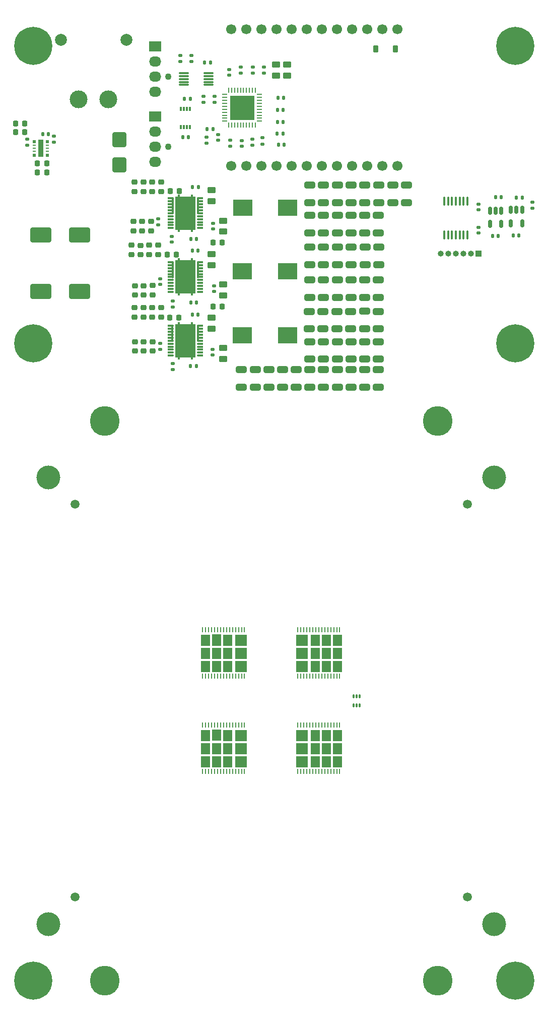
<source format=gts>
G04 #@! TF.GenerationSoftware,KiCad,Pcbnew,9.0.1*
G04 #@! TF.CreationDate,2025-06-03T01:03:25-04:00*
G04 #@! TF.ProjectId,nerdqaxe++,6e657264-7161-4786-952b-2b2e6b696361,rev?*
G04 #@! TF.SameCoordinates,Original*
G04 #@! TF.FileFunction,Soldermask,Top*
G04 #@! TF.FilePolarity,Negative*
%FSLAX46Y46*%
G04 Gerber Fmt 4.6, Leading zero omitted, Abs format (unit mm)*
G04 Created by KiCad (PCBNEW 9.0.1) date 2025-06-03 01:03:25*
%MOMM*%
%LPD*%
G01*
G04 APERTURE LIST*
G04 Aperture macros list*
%AMRoundRect*
0 Rectangle with rounded corners*
0 $1 Rounding radius*
0 $2 $3 $4 $5 $6 $7 $8 $9 X,Y pos of 4 corners*
0 Add a 4 corners polygon primitive as box body*
4,1,4,$2,$3,$4,$5,$6,$7,$8,$9,$2,$3,0*
0 Add four circle primitives for the rounded corners*
1,1,$1+$1,$2,$3*
1,1,$1+$1,$4,$5*
1,1,$1+$1,$6,$7*
1,1,$1+$1,$8,$9*
0 Add four rect primitives between the rounded corners*
20,1,$1+$1,$2,$3,$4,$5,0*
20,1,$1+$1,$4,$5,$6,$7,0*
20,1,$1+$1,$6,$7,$8,$9,0*
20,1,$1+$1,$8,$9,$2,$3,0*%
G04 Aperture macros list end*
%ADD10C,0.120000*%
%ADD11RoundRect,0.225000X0.250000X-0.225000X0.250000X0.225000X-0.250000X0.225000X-0.250000X-0.225000X0*%
%ADD12RoundRect,0.225000X-0.250000X0.225000X-0.250000X-0.225000X0.250000X-0.225000X0.250000X0.225000X0*%
%ADD13RoundRect,0.135000X-0.185000X0.135000X-0.185000X-0.135000X0.185000X-0.135000X0.185000X0.135000X0*%
%ADD14RoundRect,0.140000X-0.140000X-0.170000X0.140000X-0.170000X0.140000X0.170000X-0.140000X0.170000X0*%
%ADD15RoundRect,0.140000X0.140000X0.170000X-0.140000X0.170000X-0.140000X-0.170000X0.140000X-0.170000X0*%
%ADD16RoundRect,0.055250X-0.055250X0.340750X-0.055250X-0.340750X0.055250X-0.340750X0.055250X0.340750X0*%
%ADD17RoundRect,0.250000X-0.650000X0.325000X-0.650000X-0.325000X0.650000X-0.325000X0.650000X0.325000X0*%
%ADD18R,3.300000X2.800000*%
%ADD19RoundRect,0.250000X-0.450000X0.262500X-0.450000X-0.262500X0.450000X-0.262500X0.450000X0.262500X0*%
%ADD20RoundRect,0.050000X-0.100000X0.285000X-0.100000X-0.285000X0.100000X-0.285000X0.100000X0.285000X0*%
%ADD21RoundRect,0.250000X0.650000X-0.325000X0.650000X0.325000X-0.650000X0.325000X-0.650000X-0.325000X0*%
%ADD22RoundRect,0.135000X0.185000X-0.135000X0.185000X0.135000X-0.185000X0.135000X-0.185000X-0.135000X0*%
%ADD23RoundRect,0.250000X1.500000X1.000000X-1.500000X1.000000X-1.500000X-1.000000X1.500000X-1.000000X0*%
%ADD24C,0.800000*%
%ADD25C,6.400000*%
%ADD26RoundRect,0.062500X0.062500X-0.375000X0.062500X0.375000X-0.062500X0.375000X-0.062500X-0.375000X0*%
%ADD27RoundRect,0.062500X0.375000X-0.062500X0.375000X0.062500X-0.375000X0.062500X-0.375000X-0.062500X0*%
%ADD28R,4.150000X4.150000*%
%ADD29C,4.000000*%
%ADD30C,5.000000*%
%ADD31R,0.533400X0.558800*%
%ADD32R,0.533400X0.279400*%
%ADD33R,0.939800X2.844800*%
%ADD34RoundRect,0.140000X0.170000X-0.140000X0.170000X0.140000X-0.170000X0.140000X-0.170000X-0.140000X0*%
%ADD35C,1.700000*%
%ADD36RoundRect,0.250000X0.450000X-0.262500X0.450000X0.262500X-0.450000X0.262500X-0.450000X-0.262500X0*%
%ADD37RoundRect,0.225000X0.225000X0.250000X-0.225000X0.250000X-0.225000X-0.250000X0.225000X-0.250000X0*%
%ADD38RoundRect,0.250000X0.900000X-1.000000X0.900000X1.000000X-0.900000X1.000000X-0.900000X-1.000000X0*%
%ADD39C,3.000000*%
%ADD40C,2.000000*%
%ADD41RoundRect,0.140000X-0.170000X0.140000X-0.170000X-0.140000X0.170000X-0.140000X0.170000X0.140000X0*%
%ADD42RoundRect,0.100000X-0.100000X0.637500X-0.100000X-0.637500X0.100000X-0.637500X0.100000X0.637500X0*%
%ADD43RoundRect,0.127000X0.373000X0.023000X-0.373000X0.023000X-0.373000X-0.023000X0.373000X-0.023000X0*%
%ADD44R,0.500000X0.300000*%
%ADD45RoundRect,0.127000X0.078000X1.273000X-0.078000X1.273000X-0.078000X-1.273000X0.078000X-1.273000X0*%
%ADD46RoundRect,0.127000X-0.373000X-0.023000X0.373000X-0.023000X0.373000X0.023000X-0.373000X0.023000X0*%
%ADD47R,0.410000X6.300000*%
%ADD48R,3.400000X5.639000*%
%ADD49C,1.500000*%
%ADD50RoundRect,0.150000X-0.150000X0.512500X-0.150000X-0.512500X0.150000X-0.512500X0.150000X0.512500X0*%
%ADD51R,1.000000X1.000000*%
%ADD52O,1.000000X1.000000*%
%ADD53C,1.100000*%
%ADD54R,2.030000X1.730000*%
%ADD55O,2.030000X1.730000*%
%ADD56RoundRect,0.225000X-0.225000X-0.250000X0.225000X-0.250000X0.225000X0.250000X-0.225000X0.250000X0*%
%ADD57RoundRect,0.135000X-0.135000X-0.185000X0.135000X-0.185000X0.135000X0.185000X-0.135000X0.185000X0*%
%ADD58RoundRect,0.135000X0.135000X0.185000X-0.135000X0.185000X-0.135000X-0.185000X0.135000X-0.185000X0*%
%ADD59RoundRect,0.055250X0.055250X-0.340750X0.055250X0.340750X-0.055250X0.340750X-0.055250X-0.340750X0*%
%ADD60R,0.300000X0.800000*%
%ADD61RoundRect,0.087500X0.725000X0.087500X-0.725000X0.087500X-0.725000X-0.087500X0.725000X-0.087500X0*%
%ADD62RoundRect,0.225000X0.225000X0.375000X-0.225000X0.375000X-0.225000X-0.375000X0.225000X-0.375000X0*%
G04 APERTURE END LIST*
D10*
X83180000Y-128680000D02*
X84620000Y-128680000D01*
X84620000Y-126900000D01*
X83180000Y-126900000D01*
X83180000Y-128680000D01*
G36*
X83180000Y-128680000D02*
G01*
X84620000Y-128680000D01*
X84620000Y-126900000D01*
X83180000Y-126900000D01*
X83180000Y-128680000D01*
G37*
X83190000Y-130890000D02*
X84630000Y-130890000D01*
X84630000Y-129110000D01*
X83190000Y-129110000D01*
X83190000Y-130890000D01*
G36*
X83190000Y-130890000D02*
G01*
X84630000Y-130890000D01*
X84630000Y-129110000D01*
X83190000Y-129110000D01*
X83190000Y-130890000D01*
G37*
X83190000Y-133100000D02*
X84630000Y-133100000D01*
X84630000Y-131320000D01*
X83190000Y-131320000D01*
X83190000Y-133100000D01*
G36*
X83190000Y-133100000D02*
G01*
X84630000Y-133100000D01*
X84630000Y-131320000D01*
X83190000Y-131320000D01*
X83190000Y-133100000D01*
G37*
X85050000Y-128670000D02*
X86490000Y-128670000D01*
X86490000Y-126890000D01*
X85050000Y-126890000D01*
X85050000Y-128670000D01*
G36*
X85050000Y-128670000D02*
G01*
X86490000Y-128670000D01*
X86490000Y-126890000D01*
X85050000Y-126890000D01*
X85050000Y-128670000D01*
G37*
X85060000Y-130880000D02*
X86500000Y-130880000D01*
X86500000Y-129100000D01*
X85060000Y-129100000D01*
X85060000Y-130880000D01*
G36*
X85060000Y-130880000D02*
G01*
X86500000Y-130880000D01*
X86500000Y-129100000D01*
X85060000Y-129100000D01*
X85060000Y-130880000D01*
G37*
X85060000Y-133090000D02*
X86500000Y-133090000D01*
X86500000Y-131310000D01*
X85060000Y-131310000D01*
X85060000Y-133090000D01*
G36*
X85060000Y-133090000D02*
G01*
X86500000Y-133090000D01*
X86500000Y-131310000D01*
X85060000Y-131310000D01*
X85060000Y-133090000D01*
G37*
X86890000Y-128680000D02*
X88330000Y-128680000D01*
X88330000Y-126900000D01*
X86890000Y-126900000D01*
X86890000Y-128680000D01*
G36*
X86890000Y-128680000D02*
G01*
X88330000Y-128680000D01*
X88330000Y-126900000D01*
X86890000Y-126900000D01*
X86890000Y-128680000D01*
G37*
X86900000Y-130890000D02*
X88340000Y-130890000D01*
X88340000Y-129110000D01*
X86900000Y-129110000D01*
X86900000Y-130890000D01*
G36*
X86900000Y-130890000D02*
G01*
X88340000Y-130890000D01*
X88340000Y-129110000D01*
X86900000Y-129110000D01*
X86900000Y-130890000D01*
G37*
X86900000Y-133100000D02*
X88340000Y-133100000D01*
X88340000Y-131320000D01*
X86900000Y-131320000D01*
X86900000Y-133100000D01*
G36*
X86900000Y-133100000D02*
G01*
X88340000Y-133100000D01*
X88340000Y-131320000D01*
X86900000Y-131320000D01*
X86900000Y-133100000D01*
G37*
X88920000Y-128680000D02*
X90800000Y-128680000D01*
X90800000Y-126900000D01*
X88920000Y-126900000D01*
X88920000Y-128680000D01*
G36*
X88920000Y-128680000D02*
G01*
X90800000Y-128680000D01*
X90800000Y-126900000D01*
X88920000Y-126900000D01*
X88920000Y-128680000D01*
G37*
X88940000Y-130880000D02*
X90810000Y-130880000D01*
X90810000Y-129100000D01*
X88940000Y-129100000D01*
X88940000Y-130880000D01*
G36*
X88940000Y-130880000D02*
G01*
X90810000Y-130880000D01*
X90810000Y-129100000D01*
X88940000Y-129100000D01*
X88940000Y-130880000D01*
G37*
X88950000Y-133090000D02*
X90820000Y-133090000D01*
X90820000Y-131310000D01*
X88950000Y-131310000D01*
X88950000Y-133090000D01*
G36*
X88950000Y-133090000D02*
G01*
X90820000Y-133090000D01*
X90820000Y-131310000D01*
X88950000Y-131310000D01*
X88950000Y-133090000D01*
G37*
X83180000Y-144680000D02*
X84620000Y-144680000D01*
X84620000Y-142900000D01*
X83180000Y-142900000D01*
X83180000Y-144680000D01*
G36*
X83180000Y-144680000D02*
G01*
X84620000Y-144680000D01*
X84620000Y-142900000D01*
X83180000Y-142900000D01*
X83180000Y-144680000D01*
G37*
X83190000Y-146890000D02*
X84630000Y-146890000D01*
X84630000Y-145110000D01*
X83190000Y-145110000D01*
X83190000Y-146890000D01*
G36*
X83190000Y-146890000D02*
G01*
X84630000Y-146890000D01*
X84630000Y-145110000D01*
X83190000Y-145110000D01*
X83190000Y-146890000D01*
G37*
X83190000Y-149100000D02*
X84630000Y-149100000D01*
X84630000Y-147320000D01*
X83190000Y-147320000D01*
X83190000Y-149100000D01*
G36*
X83190000Y-149100000D02*
G01*
X84630000Y-149100000D01*
X84630000Y-147320000D01*
X83190000Y-147320000D01*
X83190000Y-149100000D01*
G37*
X85050000Y-144670000D02*
X86490000Y-144670000D01*
X86490000Y-142890000D01*
X85050000Y-142890000D01*
X85050000Y-144670000D01*
G36*
X85050000Y-144670000D02*
G01*
X86490000Y-144670000D01*
X86490000Y-142890000D01*
X85050000Y-142890000D01*
X85050000Y-144670000D01*
G37*
X85060000Y-146880000D02*
X86500000Y-146880000D01*
X86500000Y-145100000D01*
X85060000Y-145100000D01*
X85060000Y-146880000D01*
G36*
X85060000Y-146880000D02*
G01*
X86500000Y-146880000D01*
X86500000Y-145100000D01*
X85060000Y-145100000D01*
X85060000Y-146880000D01*
G37*
X85060000Y-149090000D02*
X86500000Y-149090000D01*
X86500000Y-147310000D01*
X85060000Y-147310000D01*
X85060000Y-149090000D01*
G36*
X85060000Y-149090000D02*
G01*
X86500000Y-149090000D01*
X86500000Y-147310000D01*
X85060000Y-147310000D01*
X85060000Y-149090000D01*
G37*
X86890000Y-144680000D02*
X88330000Y-144680000D01*
X88330000Y-142900000D01*
X86890000Y-142900000D01*
X86890000Y-144680000D01*
G36*
X86890000Y-144680000D02*
G01*
X88330000Y-144680000D01*
X88330000Y-142900000D01*
X86890000Y-142900000D01*
X86890000Y-144680000D01*
G37*
X86900000Y-146890000D02*
X88340000Y-146890000D01*
X88340000Y-145110000D01*
X86900000Y-145110000D01*
X86900000Y-146890000D01*
G36*
X86900000Y-146890000D02*
G01*
X88340000Y-146890000D01*
X88340000Y-145110000D01*
X86900000Y-145110000D01*
X86900000Y-146890000D01*
G37*
X86900000Y-149100000D02*
X88340000Y-149100000D01*
X88340000Y-147320000D01*
X86900000Y-147320000D01*
X86900000Y-149100000D01*
G36*
X86900000Y-149100000D02*
G01*
X88340000Y-149100000D01*
X88340000Y-147320000D01*
X86900000Y-147320000D01*
X86900000Y-149100000D01*
G37*
X88920000Y-144680000D02*
X90800000Y-144680000D01*
X90800000Y-142900000D01*
X88920000Y-142900000D01*
X88920000Y-144680000D01*
G36*
X88920000Y-144680000D02*
G01*
X90800000Y-144680000D01*
X90800000Y-142900000D01*
X88920000Y-142900000D01*
X88920000Y-144680000D01*
G37*
X88940000Y-146880000D02*
X90810000Y-146880000D01*
X90810000Y-145100000D01*
X88940000Y-145100000D01*
X88940000Y-146880000D01*
G36*
X88940000Y-146880000D02*
G01*
X90810000Y-146880000D01*
X90810000Y-145100000D01*
X88940000Y-145100000D01*
X88940000Y-146880000D01*
G37*
X88950000Y-149090000D02*
X90820000Y-149090000D01*
X90820000Y-147310000D01*
X88950000Y-147310000D01*
X88950000Y-149090000D01*
G36*
X88950000Y-149090000D02*
G01*
X90820000Y-149090000D01*
X90820000Y-147310000D01*
X88950000Y-147310000D01*
X88950000Y-149090000D01*
G37*
X101050000Y-126910000D02*
X99180000Y-126910000D01*
X99180000Y-128690000D01*
X101050000Y-128690000D01*
X101050000Y-126910000D01*
G36*
X101050000Y-126910000D02*
G01*
X99180000Y-126910000D01*
X99180000Y-128690000D01*
X101050000Y-128690000D01*
X101050000Y-126910000D01*
G37*
X101060000Y-129120000D02*
X99190000Y-129120000D01*
X99190000Y-130900000D01*
X101060000Y-130900000D01*
X101060000Y-129120000D01*
G36*
X101060000Y-129120000D02*
G01*
X99190000Y-129120000D01*
X99190000Y-130900000D01*
X101060000Y-130900000D01*
X101060000Y-129120000D01*
G37*
X101080000Y-131320000D02*
X99200000Y-131320000D01*
X99200000Y-133100000D01*
X101080000Y-133100000D01*
X101080000Y-131320000D01*
G36*
X101080000Y-131320000D02*
G01*
X99200000Y-131320000D01*
X99200000Y-133100000D01*
X101080000Y-133100000D01*
X101080000Y-131320000D01*
G37*
X103100000Y-126900000D02*
X101660000Y-126900000D01*
X101660000Y-128680000D01*
X103100000Y-128680000D01*
X103100000Y-126900000D01*
G36*
X103100000Y-126900000D02*
G01*
X101660000Y-126900000D01*
X101660000Y-128680000D01*
X103100000Y-128680000D01*
X103100000Y-126900000D01*
G37*
X103100000Y-129110000D02*
X101660000Y-129110000D01*
X101660000Y-130890000D01*
X103100000Y-130890000D01*
X103100000Y-129110000D01*
G36*
X103100000Y-129110000D02*
G01*
X101660000Y-129110000D01*
X101660000Y-130890000D01*
X103100000Y-130890000D01*
X103100000Y-129110000D01*
G37*
X103110000Y-131320000D02*
X101670000Y-131320000D01*
X101670000Y-133100000D01*
X103110000Y-133100000D01*
X103110000Y-131320000D01*
G36*
X103110000Y-131320000D02*
G01*
X101670000Y-131320000D01*
X101670000Y-133100000D01*
X103110000Y-133100000D01*
X103110000Y-131320000D01*
G37*
X104940000Y-126910000D02*
X103500000Y-126910000D01*
X103500000Y-128690000D01*
X104940000Y-128690000D01*
X104940000Y-126910000D01*
G36*
X104940000Y-126910000D02*
G01*
X103500000Y-126910000D01*
X103500000Y-128690000D01*
X104940000Y-128690000D01*
X104940000Y-126910000D01*
G37*
X104940000Y-129120000D02*
X103500000Y-129120000D01*
X103500000Y-130900000D01*
X104940000Y-130900000D01*
X104940000Y-129120000D01*
G36*
X104940000Y-129120000D02*
G01*
X103500000Y-129120000D01*
X103500000Y-130900000D01*
X104940000Y-130900000D01*
X104940000Y-129120000D01*
G37*
X104950000Y-131330000D02*
X103510000Y-131330000D01*
X103510000Y-133110000D01*
X104950000Y-133110000D01*
X104950000Y-131330000D01*
G36*
X104950000Y-131330000D02*
G01*
X103510000Y-131330000D01*
X103510000Y-133110000D01*
X104950000Y-133110000D01*
X104950000Y-131330000D01*
G37*
X106810000Y-126900000D02*
X105370000Y-126900000D01*
X105370000Y-128680000D01*
X106810000Y-128680000D01*
X106810000Y-126900000D01*
G36*
X106810000Y-126900000D02*
G01*
X105370000Y-126900000D01*
X105370000Y-128680000D01*
X106810000Y-128680000D01*
X106810000Y-126900000D01*
G37*
X106810000Y-129110000D02*
X105370000Y-129110000D01*
X105370000Y-130890000D01*
X106810000Y-130890000D01*
X106810000Y-129110000D01*
G36*
X106810000Y-129110000D02*
G01*
X105370000Y-129110000D01*
X105370000Y-130890000D01*
X106810000Y-130890000D01*
X106810000Y-129110000D01*
G37*
X106820000Y-131320000D02*
X105380000Y-131320000D01*
X105380000Y-133100000D01*
X106820000Y-133100000D01*
X106820000Y-131320000D01*
G36*
X106820000Y-131320000D02*
G01*
X105380000Y-131320000D01*
X105380000Y-133100000D01*
X106820000Y-133100000D01*
X106820000Y-131320000D01*
G37*
X101050000Y-142910000D02*
X99180000Y-142910000D01*
X99180000Y-144690000D01*
X101050000Y-144690000D01*
X101050000Y-142910000D01*
G36*
X101050000Y-142910000D02*
G01*
X99180000Y-142910000D01*
X99180000Y-144690000D01*
X101050000Y-144690000D01*
X101050000Y-142910000D01*
G37*
X101060000Y-145120000D02*
X99190000Y-145120000D01*
X99190000Y-146900000D01*
X101060000Y-146900000D01*
X101060000Y-145120000D01*
G36*
X101060000Y-145120000D02*
G01*
X99190000Y-145120000D01*
X99190000Y-146900000D01*
X101060000Y-146900000D01*
X101060000Y-145120000D01*
G37*
X101080000Y-147320000D02*
X99200000Y-147320000D01*
X99200000Y-149100000D01*
X101080000Y-149100000D01*
X101080000Y-147320000D01*
G36*
X101080000Y-147320000D02*
G01*
X99200000Y-147320000D01*
X99200000Y-149100000D01*
X101080000Y-149100000D01*
X101080000Y-147320000D01*
G37*
X103100000Y-142900000D02*
X101660000Y-142900000D01*
X101660000Y-144680000D01*
X103100000Y-144680000D01*
X103100000Y-142900000D01*
G36*
X103100000Y-142900000D02*
G01*
X101660000Y-142900000D01*
X101660000Y-144680000D01*
X103100000Y-144680000D01*
X103100000Y-142900000D01*
G37*
X103100000Y-145110000D02*
X101660000Y-145110000D01*
X101660000Y-146890000D01*
X103100000Y-146890000D01*
X103100000Y-145110000D01*
G36*
X103100000Y-145110000D02*
G01*
X101660000Y-145110000D01*
X101660000Y-146890000D01*
X103100000Y-146890000D01*
X103100000Y-145110000D01*
G37*
X103110000Y-147320000D02*
X101670000Y-147320000D01*
X101670000Y-149100000D01*
X103110000Y-149100000D01*
X103110000Y-147320000D01*
G36*
X103110000Y-147320000D02*
G01*
X101670000Y-147320000D01*
X101670000Y-149100000D01*
X103110000Y-149100000D01*
X103110000Y-147320000D01*
G37*
X104940000Y-142910000D02*
X103500000Y-142910000D01*
X103500000Y-144690000D01*
X104940000Y-144690000D01*
X104940000Y-142910000D01*
G36*
X104940000Y-142910000D02*
G01*
X103500000Y-142910000D01*
X103500000Y-144690000D01*
X104940000Y-144690000D01*
X104940000Y-142910000D01*
G37*
X104940000Y-145120000D02*
X103500000Y-145120000D01*
X103500000Y-146900000D01*
X104940000Y-146900000D01*
X104940000Y-145120000D01*
G36*
X104940000Y-145120000D02*
G01*
X103500000Y-145120000D01*
X103500000Y-146900000D01*
X104940000Y-146900000D01*
X104940000Y-145120000D01*
G37*
X104950000Y-147330000D02*
X103510000Y-147330000D01*
X103510000Y-149110000D01*
X104950000Y-149110000D01*
X104950000Y-147330000D01*
G36*
X104950000Y-147330000D02*
G01*
X103510000Y-147330000D01*
X103510000Y-149110000D01*
X104950000Y-149110000D01*
X104950000Y-147330000D01*
G37*
X106810000Y-142900000D02*
X105370000Y-142900000D01*
X105370000Y-144680000D01*
X106810000Y-144680000D01*
X106810000Y-142900000D01*
G36*
X106810000Y-142900000D02*
G01*
X105370000Y-142900000D01*
X105370000Y-144680000D01*
X106810000Y-144680000D01*
X106810000Y-142900000D01*
G37*
X106810000Y-145110000D02*
X105370000Y-145110000D01*
X105370000Y-146890000D01*
X106810000Y-146890000D01*
X106810000Y-145110000D01*
G36*
X106810000Y-145110000D02*
G01*
X105370000Y-145110000D01*
X105370000Y-146890000D01*
X106810000Y-146890000D01*
X106810000Y-145110000D01*
G37*
X106820000Y-147320000D02*
X105380000Y-147320000D01*
X105380000Y-149100000D01*
X106820000Y-149100000D01*
X106820000Y-147320000D01*
G36*
X106820000Y-147320000D02*
G01*
X105380000Y-147320000D01*
X105380000Y-149100000D01*
X106820000Y-149100000D01*
X106820000Y-147320000D01*
G37*
D11*
X72000000Y-73575000D03*
X72000000Y-72025000D03*
D12*
X73570000Y-68310000D03*
X73570000Y-69860000D03*
D13*
X81600000Y-29640000D03*
X81600000Y-30660000D03*
D14*
X96020000Y-38800000D03*
X96980000Y-38800000D03*
D15*
X133156315Y-59976089D03*
X132196315Y-59976089D03*
D16*
X90514000Y-126084000D03*
X90012000Y-126084000D03*
X89510000Y-126084000D03*
X89008000Y-126084000D03*
X88506000Y-126084000D03*
X88004000Y-126084000D03*
X87502000Y-126084000D03*
X87000000Y-126084000D03*
X86498000Y-126084000D03*
X85996000Y-126084000D03*
X85494000Y-126084000D03*
X84992000Y-126084000D03*
X84490000Y-126084000D03*
X83988000Y-126084000D03*
X83486000Y-126084000D03*
X83486000Y-133916000D03*
X83988000Y-133916000D03*
X84490000Y-133916000D03*
X84992000Y-133916000D03*
X85494000Y-133916000D03*
X85996000Y-133916000D03*
X86498000Y-133916000D03*
X87000000Y-133916000D03*
X87502000Y-133916000D03*
X88004000Y-133916000D03*
X88506000Y-133916000D03*
X89008000Y-133916000D03*
X89510000Y-133916000D03*
X90012000Y-133916000D03*
X90514000Y-133916000D03*
D13*
X79700000Y-29640000D03*
X79700000Y-30660000D03*
X91900000Y-31600000D03*
X91900000Y-32620000D03*
D17*
X108400000Y-77700000D03*
X108400000Y-80650000D03*
D18*
X90180000Y-55200000D03*
X97790000Y-55200000D03*
D12*
X74800000Y-57525000D03*
X74800000Y-59075000D03*
D19*
X84940000Y-63007500D03*
X84940000Y-64832500D03*
D20*
X109840000Y-137280000D03*
X109340000Y-137280000D03*
X108840000Y-137280000D03*
X108840000Y-138760000D03*
X109340000Y-138760000D03*
X109840000Y-138760000D03*
D12*
X75100000Y-77750000D03*
X75100000Y-79300000D03*
D17*
X103800000Y-56525000D03*
X103800000Y-59475000D03*
D21*
X108450000Y-64775000D03*
X108450000Y-61825000D03*
D22*
X89900000Y-32610000D03*
X89900000Y-31590000D03*
D15*
X137180000Y-53500000D03*
X136220000Y-53500000D03*
D21*
X110750000Y-54400000D03*
X110750000Y-51450000D03*
D23*
X62750000Y-69250000D03*
X56250000Y-69250000D03*
D22*
X93493750Y-44510000D03*
X93493750Y-43490000D03*
D24*
X133600000Y-78000000D03*
X134302944Y-76302944D03*
X134302944Y-79697056D03*
X136000000Y-75600000D03*
D25*
X136000000Y-78000000D03*
D24*
X136000000Y-80400000D03*
X137697056Y-76302944D03*
X137697056Y-79697056D03*
X138400000Y-78000000D03*
D11*
X76470000Y-73575000D03*
X76470000Y-72025000D03*
D26*
X87843750Y-41375000D03*
X88343750Y-41375000D03*
X88843750Y-41375000D03*
X89343750Y-41375000D03*
X89843750Y-41375000D03*
X90343750Y-41375000D03*
X90843750Y-41375000D03*
X91343750Y-41375000D03*
X91843750Y-41375000D03*
X92343750Y-41375000D03*
D27*
X93031250Y-40687500D03*
X93031250Y-40187500D03*
X93031250Y-39687500D03*
X93031250Y-39187500D03*
X93031250Y-38687500D03*
X93031250Y-38187500D03*
X93031250Y-37687500D03*
X93031250Y-37187500D03*
X93031250Y-36687500D03*
X93031250Y-36187500D03*
D26*
X92343750Y-35500000D03*
X91843750Y-35500000D03*
X91343750Y-35500000D03*
X90843750Y-35500000D03*
X90343750Y-35500000D03*
X89843750Y-35500000D03*
X89343750Y-35500000D03*
X88843750Y-35500000D03*
X88343750Y-35500000D03*
X87843750Y-35500000D03*
D27*
X87156250Y-36187500D03*
X87156250Y-36687500D03*
X87156250Y-37187500D03*
X87156250Y-37687500D03*
X87156250Y-38187500D03*
X87156250Y-38687500D03*
X87156250Y-39187500D03*
X87156250Y-39687500D03*
X87156250Y-40187500D03*
X87156250Y-40687500D03*
D28*
X90093750Y-38437500D03*
D29*
X132500000Y-100500000D03*
D17*
X106100000Y-56525000D03*
X106100000Y-59475000D03*
D30*
X67000000Y-91000000D03*
D21*
X101500000Y-85375000D03*
X101500000Y-82425000D03*
D12*
X73325000Y-57525000D03*
X73325000Y-59075000D03*
D14*
X80420000Y-36900000D03*
X81380000Y-36900000D03*
D31*
X57329500Y-46387501D03*
D32*
X57329500Y-45750126D03*
X57329500Y-45250000D03*
X57329500Y-44749874D03*
D31*
X57329500Y-44112499D03*
X55170500Y-44112499D03*
D32*
X55170500Y-44749874D03*
X55170500Y-45250000D03*
X55170500Y-45750126D03*
D31*
X55170500Y-46387501D03*
D33*
X56250000Y-45250000D03*
D21*
X108400000Y-85350000D03*
X108400000Y-82400000D03*
D17*
X103800000Y-77700000D03*
X103800000Y-80650000D03*
D34*
X87900000Y-32980000D03*
X87900000Y-32020000D03*
D12*
X72070000Y-77750000D03*
X72070000Y-79300000D03*
D11*
X76500000Y-52475000D03*
X76500000Y-50925000D03*
D21*
X113000000Y-85375000D03*
X113000000Y-82425000D03*
D14*
X83820000Y-30850000D03*
X84780000Y-30850000D03*
D22*
X88093750Y-44910000D03*
X88093750Y-43890000D03*
D21*
X89950000Y-85375000D03*
X89950000Y-82425000D03*
D17*
X113000000Y-67325000D03*
X113000000Y-70275000D03*
D15*
X82720000Y-62457500D03*
X81760000Y-62457500D03*
D35*
X88310000Y-25250000D03*
X90850000Y-25250000D03*
X93390000Y-25250000D03*
X95930000Y-25250000D03*
X98470000Y-25250000D03*
X101010000Y-25250000D03*
X103550000Y-25250000D03*
X106090000Y-25250000D03*
X108630000Y-25250000D03*
X111170000Y-25250000D03*
X113710000Y-25250000D03*
X116250000Y-25250000D03*
X116250000Y-48170000D03*
X113710000Y-48170000D03*
X111170000Y-48170000D03*
X108630000Y-48170000D03*
X106090000Y-48170000D03*
X103550000Y-48170000D03*
X101010000Y-48170000D03*
X98470000Y-48170000D03*
X95930000Y-48170000D03*
X93390000Y-48170000D03*
X90850000Y-48170000D03*
X88310000Y-48170000D03*
D21*
X106150000Y-64775000D03*
X106150000Y-61825000D03*
D11*
X73030000Y-63085000D03*
X73030000Y-61535000D03*
D36*
X86940000Y-69932500D03*
X86940000Y-68107500D03*
D19*
X97700000Y-31187500D03*
X97700000Y-33012500D03*
D37*
X57250000Y-49275000D03*
X55700000Y-49275000D03*
D21*
X96900000Y-85375000D03*
X96900000Y-82425000D03*
D24*
X52600000Y-28000000D03*
X53302944Y-26302944D03*
X53302944Y-29697056D03*
X55000000Y-25600000D03*
D25*
X55000000Y-28000000D03*
D24*
X55000000Y-30400000D03*
X56697056Y-26302944D03*
X56697056Y-29697056D03*
X57400000Y-28000000D03*
D17*
X103800000Y-67325000D03*
X103800000Y-70275000D03*
D38*
X69450000Y-48050000D03*
X69450000Y-43750000D03*
D21*
X103800000Y-85350000D03*
X103800000Y-82400000D03*
D39*
X62650000Y-37000000D03*
X67650000Y-37000000D03*
D40*
X59650000Y-27000000D03*
X70650000Y-27000000D03*
D21*
X106100000Y-85350000D03*
X106100000Y-82400000D03*
X113100000Y-54400000D03*
X113100000Y-51450000D03*
D41*
X78480000Y-81420000D03*
X78480000Y-82380000D03*
D21*
X99200000Y-85375000D03*
X99200000Y-82425000D03*
D42*
X127980000Y-54077500D03*
X127330000Y-54077500D03*
X126680000Y-54077500D03*
X126030000Y-54077500D03*
X125380000Y-54077500D03*
X124730000Y-54077500D03*
X124080000Y-54077500D03*
X124080000Y-59802500D03*
X124730000Y-59802500D03*
X125380000Y-59802500D03*
X126030000Y-59802500D03*
X126680000Y-59802500D03*
X127330000Y-59802500D03*
X127980000Y-59802500D03*
D15*
X81067500Y-43400000D03*
X80107500Y-43400000D03*
D18*
X90170000Y-65920000D03*
X97780000Y-65920000D03*
D30*
X123000000Y-185000000D03*
D41*
X129860000Y-54600000D03*
X129860000Y-55560000D03*
D34*
X76000000Y-58080000D03*
X76000000Y-57120000D03*
D22*
X58500000Y-44210000D03*
X58500000Y-43190000D03*
X138880000Y-55267500D03*
X138880000Y-54247500D03*
D21*
X113100000Y-64750000D03*
X113100000Y-61800000D03*
D14*
X96220000Y-44600000D03*
X97180000Y-44600000D03*
D15*
X57555000Y-42850000D03*
X56595000Y-42850000D03*
X82430000Y-60437500D03*
X81470000Y-60437500D03*
D12*
X71850000Y-57525000D03*
X71850000Y-59075000D03*
D43*
X83015000Y-69357500D03*
D44*
X83265000Y-69357500D03*
D43*
X83015000Y-68857500D03*
D44*
X83265000Y-68857500D03*
D43*
X83015000Y-68357500D03*
D44*
X83265000Y-68357500D03*
D43*
X83015000Y-67857500D03*
D44*
X83265000Y-67857500D03*
D43*
X83015000Y-67357500D03*
D44*
X83265000Y-67357500D03*
D45*
X82715000Y-65607500D03*
D43*
X83015000Y-64357500D03*
X83015000Y-64857500D03*
X83015000Y-65357500D03*
X83015000Y-65857500D03*
X83015000Y-66357500D03*
X83015000Y-66857500D03*
D44*
X83265000Y-64357500D03*
X83265000Y-64857500D03*
X83265000Y-65357500D03*
X83265000Y-65857500D03*
X83265000Y-66357500D03*
X83265000Y-66857500D03*
X77865000Y-64357500D03*
X77865000Y-64857500D03*
X77865000Y-65357500D03*
X77865000Y-65857500D03*
X77865000Y-66357500D03*
X77865000Y-66857500D03*
D46*
X78115000Y-64357500D03*
X78115000Y-64857500D03*
X78115000Y-65357500D03*
X78115000Y-65857500D03*
X78115000Y-66357500D03*
X78115000Y-66857500D03*
D45*
X78415000Y-65607500D03*
D44*
X77865000Y-67357500D03*
D46*
X78115000Y-67357500D03*
D44*
X77865000Y-67857500D03*
D46*
X78115000Y-67857500D03*
D44*
X77865000Y-68357500D03*
D46*
X78115000Y-68357500D03*
D44*
X77865000Y-68857500D03*
D46*
X78115000Y-68857500D03*
D44*
X77865000Y-69357500D03*
D46*
X78115000Y-69357500D03*
D47*
X79440000Y-66857500D03*
D48*
X80565000Y-66857500D03*
D47*
X81690000Y-66857500D03*
D19*
X95800000Y-31187500D03*
X95800000Y-33012500D03*
D15*
X82710000Y-73147500D03*
X81750000Y-73147500D03*
D21*
X108350000Y-75575000D03*
X108350000Y-72625000D03*
D22*
X83590000Y-37540000D03*
X83590000Y-36520000D03*
D49*
X62000000Y-171000000D03*
D41*
X90080000Y-43920000D03*
X90080000Y-44880000D03*
X78300000Y-60020000D03*
X78300000Y-60980000D03*
D50*
X137176315Y-55576089D03*
X136226315Y-55576089D03*
X135276315Y-55576089D03*
X135276315Y-57851089D03*
X137176315Y-57851089D03*
D21*
X94600000Y-85375000D03*
X94600000Y-82425000D03*
D51*
X129875000Y-62900000D03*
D52*
X128605000Y-62900000D03*
X127335000Y-62900000D03*
X126065000Y-62900000D03*
X124795000Y-62900000D03*
X123525000Y-62900000D03*
D11*
X73500000Y-73575000D03*
X73500000Y-72025000D03*
D21*
X115450000Y-54400000D03*
X115450000Y-51450000D03*
D15*
X82410000Y-81847500D03*
X81450000Y-81847500D03*
D41*
X85200000Y-57820000D03*
X85200000Y-58780000D03*
D53*
X77660000Y-44980000D03*
D54*
X75500000Y-39900000D03*
D55*
X75500000Y-42440000D03*
X75500000Y-44980000D03*
X75500000Y-47520000D03*
D22*
X54000000Y-44735000D03*
X54000000Y-43715000D03*
D17*
X106100000Y-67325000D03*
X106100000Y-70275000D03*
D13*
X93800000Y-31610000D03*
X93800000Y-32630000D03*
D21*
X110800000Y-64775000D03*
X110800000Y-61825000D03*
D56*
X77925000Y-73700000D03*
X79475000Y-73700000D03*
D30*
X123000000Y-91000000D03*
D57*
X84190000Y-42000000D03*
X85210000Y-42000000D03*
D30*
X67000000Y-185000000D03*
D56*
X77525000Y-63100000D03*
X79075000Y-63100000D03*
D21*
X103700000Y-75575000D03*
X103700000Y-72625000D03*
X113000000Y-75575000D03*
X113000000Y-72625000D03*
D41*
X78490000Y-70920000D03*
X78490000Y-71880000D03*
D21*
X92300000Y-85375000D03*
X92300000Y-82425000D03*
X101500000Y-54350000D03*
X101500000Y-51400000D03*
D49*
X128000000Y-105000000D03*
X62000000Y-105000000D03*
D14*
X96020000Y-40800000D03*
X96980000Y-40800000D03*
D36*
X86930000Y-80622500D03*
X86930000Y-78797500D03*
D21*
X101400000Y-75575000D03*
X101400000Y-72625000D03*
X108450000Y-54375000D03*
X108450000Y-51425000D03*
D19*
X84930000Y-73697500D03*
X84930000Y-75522500D03*
D21*
X110700000Y-85350000D03*
X110700000Y-82400000D03*
D58*
X97010000Y-42800000D03*
X95990000Y-42800000D03*
D13*
X85490000Y-36520000D03*
X85490000Y-37540000D03*
D21*
X106050000Y-75575000D03*
X106050000Y-72625000D03*
D12*
X73570000Y-77750000D03*
X73570000Y-79300000D03*
D11*
X72000000Y-52475000D03*
X72000000Y-50925000D03*
D16*
X90514000Y-142084000D03*
X90012000Y-142084000D03*
X89510000Y-142084000D03*
X89008000Y-142084000D03*
X88506000Y-142084000D03*
X88004000Y-142084000D03*
X87502000Y-142084000D03*
X87000000Y-142084000D03*
X86498000Y-142084000D03*
X85996000Y-142084000D03*
X85494000Y-142084000D03*
X84992000Y-142084000D03*
X84490000Y-142084000D03*
X83988000Y-142084000D03*
X83486000Y-142084000D03*
X83486000Y-149916000D03*
X83988000Y-149916000D03*
X84490000Y-149916000D03*
X84992000Y-149916000D03*
X85494000Y-149916000D03*
X85996000Y-149916000D03*
X86498000Y-149916000D03*
X87000000Y-149916000D03*
X87502000Y-149916000D03*
X88004000Y-149916000D03*
X88506000Y-149916000D03*
X89008000Y-149916000D03*
X89510000Y-149916000D03*
X90012000Y-149916000D03*
X90514000Y-149916000D03*
D29*
X57500000Y-100500000D03*
D37*
X86775000Y-71800000D03*
X85225000Y-71800000D03*
D34*
X129840000Y-59450000D03*
X129840000Y-58490000D03*
D17*
X101500000Y-56475000D03*
X101500000Y-59425000D03*
D24*
X133600000Y-28000000D03*
X134302944Y-26302944D03*
X134302944Y-29697056D03*
X136000000Y-25600000D03*
D25*
X136000000Y-28000000D03*
D24*
X136000000Y-30400000D03*
X137697056Y-26302944D03*
X137697056Y-29697056D03*
X138400000Y-28000000D03*
D21*
X103800000Y-64775000D03*
X103800000Y-61825000D03*
D34*
X76300000Y-68080000D03*
X76300000Y-67120000D03*
D17*
X108400000Y-67325000D03*
X108400000Y-70275000D03*
D37*
X57250000Y-47800000D03*
X55700000Y-47800000D03*
D23*
X62792500Y-59800000D03*
X56292500Y-59800000D03*
D17*
X106100000Y-77700000D03*
X106100000Y-80650000D03*
D59*
X99486000Y-133916000D03*
X99988000Y-133916000D03*
X100490000Y-133916000D03*
X100992000Y-133916000D03*
X101494000Y-133916000D03*
X101996000Y-133916000D03*
X102498000Y-133916000D03*
X103000000Y-133916000D03*
X103502000Y-133916000D03*
X104004000Y-133916000D03*
X104506000Y-133916000D03*
X105008000Y-133916000D03*
X105510000Y-133916000D03*
X106012000Y-133916000D03*
X106514000Y-133916000D03*
X106514000Y-126084000D03*
X106012000Y-126084000D03*
X105510000Y-126084000D03*
X105008000Y-126084000D03*
X104506000Y-126084000D03*
X104004000Y-126084000D03*
X103502000Y-126084000D03*
X103000000Y-126084000D03*
X102498000Y-126084000D03*
X101996000Y-126084000D03*
X101494000Y-126084000D03*
X100992000Y-126084000D03*
X100490000Y-126084000D03*
X99988000Y-126084000D03*
X99486000Y-126084000D03*
D17*
X108400000Y-56525000D03*
X108400000Y-59475000D03*
D11*
X71500000Y-63075000D03*
X71500000Y-61525000D03*
D15*
X136656315Y-59856089D03*
X135696315Y-59856089D03*
D17*
X113000000Y-56525000D03*
X113000000Y-59475000D03*
D56*
X78025000Y-52400000D03*
X79575000Y-52400000D03*
D19*
X84950000Y-52287500D03*
X84950000Y-54112500D03*
D21*
X101490000Y-64775000D03*
X101490000Y-61825000D03*
D15*
X82420000Y-71157500D03*
X81460000Y-71157500D03*
D50*
X133676315Y-55696089D03*
X132726315Y-55696089D03*
X131776315Y-55696089D03*
X131776315Y-57971089D03*
X133676315Y-57971089D03*
D15*
X133680000Y-53400000D03*
X132720000Y-53400000D03*
D22*
X84100000Y-44410000D03*
X84100000Y-43390000D03*
D59*
X99486000Y-149916000D03*
X99988000Y-149916000D03*
X100490000Y-149916000D03*
X100992000Y-149916000D03*
X101494000Y-149916000D03*
X101996000Y-149916000D03*
X102498000Y-149916000D03*
X103000000Y-149916000D03*
X103502000Y-149916000D03*
X104004000Y-149916000D03*
X104506000Y-149916000D03*
X105008000Y-149916000D03*
X105510000Y-149916000D03*
X106012000Y-149916000D03*
X106514000Y-149916000D03*
X106514000Y-142084000D03*
X106012000Y-142084000D03*
X105510000Y-142084000D03*
X105008000Y-142084000D03*
X104506000Y-142084000D03*
X104004000Y-142084000D03*
X103502000Y-142084000D03*
X103000000Y-142084000D03*
X102498000Y-142084000D03*
X101996000Y-142084000D03*
X101494000Y-142084000D03*
X100992000Y-142084000D03*
X100490000Y-142084000D03*
X99988000Y-142084000D03*
X99486000Y-142084000D03*
D41*
X85400000Y-68320000D03*
X85400000Y-69280000D03*
D53*
X77660000Y-33180000D03*
D54*
X75500000Y-28100000D03*
D55*
X75500000Y-30640000D03*
X75500000Y-33180000D03*
X75500000Y-35720000D03*
D56*
X52050000Y-42525000D03*
X53600000Y-42525000D03*
D15*
X82730000Y-51737500D03*
X81770000Y-51737500D03*
D24*
X52600000Y-78000000D03*
X53302944Y-76302944D03*
X53302944Y-79697056D03*
X55000000Y-75600000D03*
D25*
X55000000Y-78000000D03*
D24*
X55000000Y-80400000D03*
X56697056Y-76302944D03*
X56697056Y-79697056D03*
X57400000Y-78000000D03*
D41*
X86100000Y-42920000D03*
X86100000Y-43880000D03*
D18*
X90160000Y-76610000D03*
X97770000Y-76610000D03*
D41*
X91793750Y-43720000D03*
X91793750Y-44680000D03*
D17*
X110700000Y-67325000D03*
X110700000Y-70275000D03*
D34*
X76300000Y-78980000D03*
X76300000Y-78020000D03*
D36*
X86950000Y-59212500D03*
X86950000Y-57387500D03*
D56*
X52050000Y-41050000D03*
X53600000Y-41050000D03*
D21*
X110700000Y-75550000D03*
X110700000Y-72600000D03*
D15*
X97080000Y-36800000D03*
X96120000Y-36800000D03*
D60*
X79837500Y-41700000D03*
X80337500Y-41700000D03*
X80837500Y-41700000D03*
X81337500Y-41700000D03*
X81337500Y-38600000D03*
X80837500Y-38600000D03*
X80337500Y-38600000D03*
X79837500Y-38600000D03*
D17*
X101480000Y-77700000D03*
X101480000Y-80650000D03*
D61*
X84500000Y-34600000D03*
X84500000Y-34100000D03*
X84500000Y-33600000D03*
X84500000Y-33100000D03*
X84500000Y-32600000D03*
X80275000Y-32600000D03*
X80275000Y-33100000D03*
X80275000Y-33600000D03*
X80275000Y-34100000D03*
X80275000Y-34600000D03*
D17*
X113000000Y-77700000D03*
X113000000Y-80650000D03*
D62*
X115900000Y-28530000D03*
X112600000Y-28530000D03*
D29*
X57500000Y-175500000D03*
D43*
X83025000Y-58637500D03*
D44*
X83275000Y-58637500D03*
D43*
X83025000Y-58137500D03*
D44*
X83275000Y-58137500D03*
D43*
X83025000Y-57637500D03*
D44*
X83275000Y-57637500D03*
D43*
X83025000Y-57137500D03*
D44*
X83275000Y-57137500D03*
D43*
X83025000Y-56637500D03*
D44*
X83275000Y-56637500D03*
D45*
X82725000Y-54887500D03*
D43*
X83025000Y-53637500D03*
X83025000Y-54137500D03*
X83025000Y-54637500D03*
X83025000Y-55137500D03*
X83025000Y-55637500D03*
X83025000Y-56137500D03*
D44*
X83275000Y-53637500D03*
X83275000Y-54137500D03*
X83275000Y-54637500D03*
X83275000Y-55137500D03*
X83275000Y-55637500D03*
X83275000Y-56137500D03*
X77875000Y-53637500D03*
X77875000Y-54137500D03*
X77875000Y-54637500D03*
X77875000Y-55137500D03*
X77875000Y-55637500D03*
X77875000Y-56137500D03*
D46*
X78125000Y-53637500D03*
X78125000Y-54137500D03*
X78125000Y-54637500D03*
X78125000Y-55137500D03*
X78125000Y-55637500D03*
X78125000Y-56137500D03*
D45*
X78425000Y-54887500D03*
D44*
X77875000Y-56637500D03*
D46*
X78125000Y-56637500D03*
D44*
X77875000Y-57137500D03*
D46*
X78125000Y-57137500D03*
D44*
X77875000Y-57637500D03*
D46*
X78125000Y-57637500D03*
D44*
X77875000Y-58137500D03*
D46*
X78125000Y-58137500D03*
D44*
X77875000Y-58637500D03*
D46*
X78125000Y-58637500D03*
D47*
X79450000Y-56137500D03*
D48*
X80575000Y-56137500D03*
D47*
X81700000Y-56137500D03*
D41*
X85100000Y-79020000D03*
X85100000Y-79980000D03*
D11*
X74970000Y-73575000D03*
X74970000Y-72025000D03*
D43*
X83005000Y-80047500D03*
D44*
X83255000Y-80047500D03*
D43*
X83005000Y-79547500D03*
D44*
X83255000Y-79547500D03*
D43*
X83005000Y-79047500D03*
D44*
X83255000Y-79047500D03*
D43*
X83005000Y-78547500D03*
D44*
X83255000Y-78547500D03*
D43*
X83005000Y-78047500D03*
D44*
X83255000Y-78047500D03*
D45*
X82705000Y-76297500D03*
D43*
X83005000Y-75047500D03*
X83005000Y-75547500D03*
X83005000Y-76047500D03*
X83005000Y-76547500D03*
X83005000Y-77047500D03*
X83005000Y-77547500D03*
D44*
X83255000Y-75047500D03*
X83255000Y-75547500D03*
X83255000Y-76047500D03*
X83255000Y-76547500D03*
X83255000Y-77047500D03*
X83255000Y-77547500D03*
X77855000Y-75047500D03*
X77855000Y-75547500D03*
X77855000Y-76047500D03*
X77855000Y-76547500D03*
X77855000Y-77047500D03*
X77855000Y-77547500D03*
D46*
X78105000Y-75047500D03*
X78105000Y-75547500D03*
X78105000Y-76047500D03*
X78105000Y-76547500D03*
X78105000Y-77047500D03*
X78105000Y-77547500D03*
D45*
X78405000Y-76297500D03*
D44*
X77855000Y-78047500D03*
D46*
X78105000Y-78047500D03*
D44*
X77855000Y-78547500D03*
D46*
X78105000Y-78547500D03*
D44*
X77855000Y-79047500D03*
D46*
X78105000Y-79047500D03*
D44*
X77855000Y-79547500D03*
D46*
X78105000Y-79547500D03*
D44*
X77855000Y-80047500D03*
D46*
X78105000Y-80047500D03*
D47*
X79430000Y-77547500D03*
D48*
X80555000Y-77547500D03*
D47*
X81680000Y-77547500D03*
D24*
X133600000Y-185000000D03*
X134302944Y-183302944D03*
X134302944Y-186697056D03*
X136000000Y-182600000D03*
D25*
X136000000Y-185000000D03*
D24*
X136000000Y-187400000D03*
X137697056Y-183302944D03*
X137697056Y-186697056D03*
X138400000Y-185000000D03*
D21*
X103800000Y-54375000D03*
X103800000Y-51425000D03*
D49*
X128000000Y-171000000D03*
D11*
X75000000Y-52475000D03*
X75000000Y-50925000D03*
D12*
X75100000Y-68300000D03*
X75100000Y-69850000D03*
D11*
X74500000Y-63075000D03*
X74500000Y-61525000D03*
D12*
X72070000Y-68310000D03*
X72070000Y-69860000D03*
D11*
X73500000Y-52475000D03*
X73500000Y-50925000D03*
D17*
X110700000Y-56525000D03*
X110700000Y-59475000D03*
D11*
X76000000Y-63075000D03*
X76000000Y-61525000D03*
D37*
X86775000Y-61100000D03*
X85225000Y-61100000D03*
D17*
X110700000Y-77700000D03*
X110700000Y-80650000D03*
D29*
X132500000Y-175500000D03*
D24*
X52600000Y-185000000D03*
X53302944Y-183302944D03*
X53302944Y-186697056D03*
X55000000Y-182600000D03*
D25*
X55000000Y-185000000D03*
D24*
X55000000Y-187400000D03*
X56697056Y-183302944D03*
X56697056Y-186697056D03*
X57400000Y-185000000D03*
D21*
X117750000Y-54375000D03*
X117750000Y-51425000D03*
D30*
X67000000Y-91000000D03*
D17*
X101490000Y-67350000D03*
X101490000Y-70300000D03*
D21*
X106150000Y-54375000D03*
X106150000Y-51425000D03*
M02*

</source>
